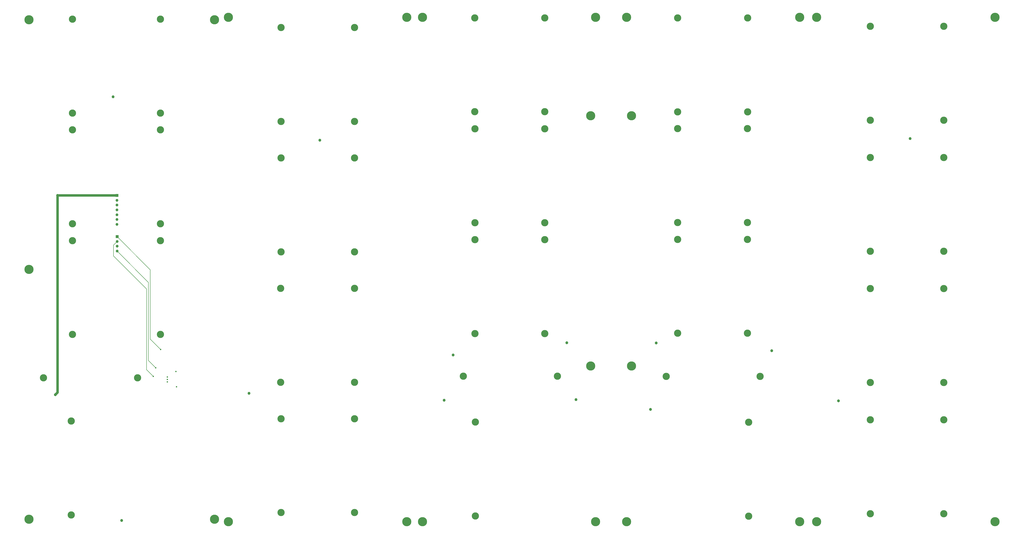
<source format=gbr>
%TF.GenerationSoftware,KiCad,Pcbnew,9.0.1*%
%TF.CreationDate,2025-04-05T23:02:22-07:00*%
%TF.ProjectId,FlexDeploySidePanels,466c6578-4465-4706-9c6f-795369646550,3.3*%
%TF.SameCoordinates,Original*%
%TF.FileFunction,Copper,L4,Bot*%
%TF.FilePolarity,Positive*%
%FSLAX46Y46*%
G04 Gerber Fmt 4.6, Leading zero omitted, Abs format (unit mm)*
G04 Created by KiCad (PCBNEW 9.0.1) date 2025-04-05 23:02:22*
%MOMM*%
%LPD*%
G01*
G04 APERTURE LIST*
%TA.AperFunction,ComponentPad*%
%ADD10C,3.000000*%
%TD*%
%TA.AperFunction,ComponentPad*%
%ADD11R,1.150000X1.150000*%
%TD*%
%TA.AperFunction,ComponentPad*%
%ADD12C,1.150000*%
%TD*%
%TA.AperFunction,ComponentPad*%
%ADD13C,2.600000*%
%TD*%
%TA.AperFunction,ConnectorPad*%
%ADD14C,3.800000*%
%TD*%
%TA.AperFunction,ViaPad*%
%ADD15C,0.600000*%
%TD*%
%TA.AperFunction,ViaPad*%
%ADD16C,1.200000*%
%TD*%
%TA.AperFunction,Conductor*%
%ADD17C,1.000000*%
%TD*%
%TA.AperFunction,Conductor*%
%ADD18C,0.200000*%
%TD*%
G04 APERTURE END LIST*
D10*
%TO.P,SC1,0,-*%
%TO.N,GND*%
X471950000Y-308454797D03*
%TO.P,SC1,1,+*%
%TO.N,Net-(D1-C)*%
X471950000Y-269454797D03*
%TD*%
%TO.P,SC21,0,-*%
%TO.N,Net-(D21-A)*%
X306400000Y-141450000D03*
%TO.P,SC21,1,+*%
%TO.N,Net-(D21-C)*%
X306400000Y-102450000D03*
%TD*%
%TO.P,SC38,0,-*%
%TO.N,Net-(D38-A)*%
X147000000Y-141999000D03*
%TO.P,SC38,1,+*%
%TO.N,Net-(D37-A)*%
X147000000Y-102999000D03*
%TD*%
D11*
%TO.P,J1,1,Pin_1*%
%TO.N,DEP SENSE*%
X128950000Y-176249999D03*
D12*
%TO.P,J1,2,Pin_2*%
%TO.N,VSOLAR*%
X128950000Y-178250000D03*
%TO.P,J1,3,Pin_3*%
X128950000Y-180249999D03*
%TO.P,J1,4,Pin_4*%
X128950000Y-182250000D03*
%TO.P,J1,5,Pin_5*%
%TO.N,GND*%
X128950000Y-184249998D03*
%TO.P,J1,6,Pin_6*%
X128950000Y-186249999D03*
%TO.P,J1,7,Pin_7*%
X128950000Y-188249998D03*
%TD*%
D10*
%TO.P,SC18,0,-*%
%TO.N,Net-(D18-A)*%
X277450000Y-194650000D03*
%TO.P,SC18,1,+*%
%TO.N,Net-(D17-A)*%
X277450000Y-233650000D03*
%TD*%
%TO.P,SC13,0,-*%
%TO.N,Net-(D13-A)*%
X390600000Y-141500000D03*
%TO.P,SC13,1,+*%
%TO.N,Net-(D13-C)*%
X390600000Y-102500000D03*
%TD*%
D13*
%TO.P,H18,1,1*%
%TO.N,GND*%
X169450000Y-103250000D03*
D14*
X169450000Y-103250000D03*
%TD*%
D10*
%TO.P,SC17,0,-*%
%TO.N,Net-(D17-A)*%
X272650000Y-251300000D03*
%TO.P,SC17,1,+*%
%TO.N,Net-(D17-C)*%
X311650000Y-251300000D03*
%TD*%
%TO.P,SC11,0,-*%
%TO.N,Net-(D11-A)*%
X361500000Y-148500000D03*
%TO.P,SC11,1,+*%
%TO.N,Net-(D10-A)*%
X361500000Y-187500000D03*
%TD*%
%TO.P,SC25,0,-*%
%TO.N,Net-(D25-A)*%
X197000000Y-269000000D03*
%TO.P,SC25,1,+*%
%TO.N,Net-(D25-C)*%
X197000000Y-308000000D03*
%TD*%
D13*
%TO.P,H21,1,1*%
%TO.N,GND*%
X92450000Y-310750000D03*
D14*
X92450000Y-310750000D03*
%TD*%
D10*
%TO.P,SC34,0,-*%
%TO.N,Net-(D34-A)*%
X98500000Y-252000000D03*
%TO.P,SC34,1,+*%
%TO.N,Net-(D33-A)*%
X137500000Y-252000000D03*
%TD*%
D13*
%TO.P,H8,1,1*%
%TO.N,GND*%
X340400000Y-311750000D03*
D14*
X340400000Y-311750000D03*
%TD*%
D10*
%TO.P,SC20,0,-*%
%TO.N,GND*%
X277400000Y-102450000D03*
%TO.P,SC20,1,+*%
%TO.N,Net-(D19-A)*%
X277400000Y-141450000D03*
%TD*%
%TO.P,SC6,0,-*%
%TO.N,Net-(D5-C)*%
X441450000Y-160454797D03*
%TO.P,SC6,1,+*%
%TO.N,Net-(D6-C)*%
X441450000Y-199454797D03*
%TD*%
%TO.P,SC10,0,-*%
%TO.N,Net-(D10-A)*%
X361500000Y-194500000D03*
%TO.P,SC10,1,+*%
%TO.N,Net-(D10-C)*%
X361500000Y-233500000D03*
%TD*%
D13*
%TO.P,H1,1,1*%
%TO.N,GND*%
X493200000Y-311750000D03*
D14*
X493200000Y-311750000D03*
%TD*%
D10*
%TO.P,SC30,0,-*%
%TO.N,Net-(D30-A)*%
X227500000Y-199666666D03*
%TO.P,SC30,1,+*%
%TO.N,Net-(D29-A)*%
X227500000Y-160666666D03*
%TD*%
D13*
%TO.P,H9,1,1*%
%TO.N,GND*%
X327500000Y-311750000D03*
D14*
X327500000Y-311750000D03*
%TD*%
D13*
%TO.P,H5,1,1*%
%TO.N,GND*%
X412200000Y-311750000D03*
D14*
X412200000Y-311750000D03*
%TD*%
D13*
%TO.P,H7,1,1*%
%TO.N,GND*%
X340400000Y-102250000D03*
D14*
X340400000Y-102250000D03*
%TD*%
D13*
%TO.P,H24,1,1*%
%TO.N,GND*%
X342400000Y-247100000D03*
D14*
X342400000Y-247100000D03*
%TD*%
D10*
%TO.P,SC16,0,-*%
%TO.N,GND*%
X391000000Y-309510000D03*
%TO.P,SC16,1,+*%
%TO.N,Net-(D15-A)*%
X391000000Y-270510000D03*
%TD*%
D13*
%TO.P,H16,1,1*%
%TO.N,GND*%
X175200000Y-311750000D03*
D14*
X175200000Y-311750000D03*
%TD*%
D10*
%TO.P,SC9,0,-*%
%TO.N,Net-(D10-C)*%
X395750000Y-251460000D03*
%TO.P,SC9,1,+*%
%TO.N,Net-(D43-A)*%
X356750000Y-251460000D03*
%TD*%
D13*
%TO.P,H14,1,1*%
%TO.N,GND*%
X249200000Y-102250000D03*
D14*
X249200000Y-102250000D03*
%TD*%
D10*
%TO.P,SC26,0,-*%
%TO.N,Net-(D26-A)*%
X196850000Y-214833332D03*
%TO.P,SC26,1,+*%
%TO.N,Net-(D25-A)*%
X196850000Y-253833332D03*
%TD*%
D13*
%TO.P,H6,1,1*%
%TO.N,GND*%
X412200000Y-102250000D03*
D14*
X412200000Y-102250000D03*
%TD*%
D13*
%TO.P,H22,1,1*%
%TO.N,GND*%
X342400000Y-143100000D03*
D14*
X342400000Y-143100000D03*
%TD*%
D13*
%TO.P,H13,1,1*%
%TO.N,GND*%
X249200000Y-311750000D03*
D14*
X249200000Y-311750000D03*
%TD*%
D13*
%TO.P,H19,1,1*%
%TO.N,GND*%
X92456000Y-103251000D03*
D14*
X92456000Y-103251000D03*
%TD*%
D10*
%TO.P,SC7,0,-*%
%TO.N,Net-(D6-C)*%
X441450000Y-214954797D03*
%TO.P,SC7,1,+*%
%TO.N,Net-(D7-C)*%
X441450000Y-253954797D03*
%TD*%
D13*
%TO.P,H25,1,1*%
%TO.N,GND*%
X325500000Y-247100000D03*
D14*
X325500000Y-247100000D03*
%TD*%
D10*
%TO.P,SC14,0,-*%
%TO.N,Net-(D14-A)*%
X390500000Y-187500000D03*
%TO.P,SC14,1,+*%
%TO.N,Net-(D13-A)*%
X390500000Y-148500000D03*
%TD*%
D11*
%TO.P,J4,1,Pin_1*%
%TO.N,/OUT2*%
X129000000Y-193350000D03*
D12*
%TO.P,J4,2,Pin_2*%
%TO.N,/OUT1*%
X129000000Y-195350000D03*
%TO.P,J4,3,Pin_3*%
%TO.N,GND*%
X129000000Y-197350000D03*
%TO.P,J4,4,Pin_4*%
%TO.N,/3V3*%
X129000000Y-199350000D03*
%TD*%
D13*
%TO.P,H4,1,1*%
%TO.N,GND*%
X419220000Y-311750000D03*
D14*
X419220000Y-311750000D03*
%TD*%
D10*
%TO.P,SC37,0,-*%
%TO.N,Net-(D37-A)*%
X110500000Y-103000000D03*
%TO.P,SC37,1,+*%
%TO.N,Net-(D37-C)*%
X110500000Y-142000000D03*
%TD*%
%TO.P,SC39,0,-*%
%TO.N,Net-(D39-A)*%
X147000000Y-188000000D03*
%TO.P,SC39,1,+*%
%TO.N,Net-(D38-A)*%
X147000000Y-149000000D03*
%TD*%
%TO.P,SC35,0,-*%
%TO.N,Net-(D35-A)*%
X110500000Y-195000000D03*
%TO.P,SC35,1,+*%
%TO.N,Net-(D34-A)*%
X110500000Y-234000000D03*
%TD*%
D13*
%TO.P,H23,1,1*%
%TO.N,GND*%
X325500000Y-143100000D03*
D14*
X325500000Y-143100000D03*
%TD*%
D10*
%TO.P,SC15,0,-*%
%TO.N,Net-(D15-A)*%
X390500000Y-233500000D03*
%TO.P,SC15,1,+*%
%TO.N,Net-(D14-A)*%
X390500000Y-194500000D03*
%TD*%
%TO.P,SC28,0,-*%
%TO.N,GND*%
X197000000Y-106500000D03*
%TO.P,SC28,1,+*%
%TO.N,Net-(D27-A)*%
X197000000Y-145500000D03*
%TD*%
%TO.P,SC3,0,-*%
%TO.N,Net-(D2-C)*%
X471950000Y-199454797D03*
%TO.P,SC3,1,+*%
%TO.N,Net-(D3-C)*%
X471950000Y-160454797D03*
%TD*%
%TO.P,SC32,0,-*%
%TO.N,GND*%
X227500000Y-308000000D03*
%TO.P,SC32,1,+*%
%TO.N,Net-(D31-A)*%
X227500000Y-269000000D03*
%TD*%
D13*
%TO.P,H15,1,1*%
%TO.N,GND*%
X175200000Y-102250000D03*
D14*
X175200000Y-102250000D03*
%TD*%
D10*
%TO.P,SC31,0,-*%
%TO.N,Net-(D31-A)*%
X227500000Y-253833332D03*
%TO.P,SC31,1,+*%
%TO.N,Net-(D30-A)*%
X227500000Y-214833332D03*
%TD*%
%TO.P,SC5,0,-*%
%TO.N,GND*%
X441450000Y-105954797D03*
%TO.P,SC5,1,+*%
%TO.N,Net-(D5-C)*%
X441450000Y-144954797D03*
%TD*%
D13*
%TO.P,H12,1,1*%
%TO.N,GND*%
X255700000Y-311750000D03*
D14*
X255700000Y-311750000D03*
%TD*%
D10*
%TO.P,SC19,0,-*%
%TO.N,Net-(D19-A)*%
X277450000Y-148550000D03*
%TO.P,SC19,1,+*%
%TO.N,Net-(D18-A)*%
X277450000Y-187550000D03*
%TD*%
%TO.P,SC22,0,-*%
%TO.N,Net-(D22-A)*%
X306450000Y-187550000D03*
%TO.P,SC22,1,+*%
%TO.N,Net-(D21-A)*%
X306450000Y-148550000D03*
%TD*%
D13*
%TO.P,H17,1,1*%
%TO.N,GND*%
X169450000Y-310769000D03*
D14*
X169450000Y-310769000D03*
%TD*%
D10*
%TO.P,SC12,0,-*%
%TO.N,GND*%
X361500000Y-102500000D03*
%TO.P,SC12,1,+*%
%TO.N,Net-(D11-A)*%
X361500000Y-141500000D03*
%TD*%
D13*
%TO.P,H3,1,1*%
%TO.N,GND*%
X419200000Y-102250000D03*
D14*
X419200000Y-102250000D03*
%TD*%
D10*
%TO.P,SC8,0,-*%
%TO.N,Net-(D7-C)*%
X441450000Y-269454797D03*
%TO.P,SC8,1,+*%
%TO.N,Net-(D45-A)*%
X441450000Y-308454797D03*
%TD*%
D13*
%TO.P,H2,1,1*%
%TO.N,GND*%
X493200000Y-102250000D03*
D14*
X493200000Y-102250000D03*
%TD*%
D10*
%TO.P,SC33,0,-*%
%TO.N,Net-(D33-A)*%
X110000000Y-270000000D03*
%TO.P,SC33,1,+*%
%TO.N,Net-(D33-C)*%
X110000000Y-309000000D03*
%TD*%
%TO.P,SC24,0,-*%
%TO.N,GND*%
X277600000Y-309400000D03*
%TO.P,SC24,1,+*%
%TO.N,Net-(D23-A)*%
X277600000Y-270400000D03*
%TD*%
%TO.P,SC4,0,-*%
%TO.N,Net-(D3-C)*%
X471950000Y-144954797D03*
%TO.P,SC4,1,+*%
%TO.N,Net-(D4-C)*%
X471950000Y-105954797D03*
%TD*%
%TO.P,SC36,0,-*%
%TO.N,GND*%
X110500000Y-149000000D03*
%TO.P,SC36,1,+*%
%TO.N,Net-(D35-A)*%
X110500000Y-188000000D03*
%TD*%
D13*
%TO.P,H11,1,1*%
%TO.N,GND*%
X255700000Y-102250000D03*
D14*
X255700000Y-102250000D03*
%TD*%
D13*
%TO.P,H10,1,1*%
%TO.N,GND*%
X327500000Y-102250000D03*
D14*
X327500000Y-102250000D03*
%TD*%
D10*
%TO.P,SC23,0,-*%
%TO.N,Net-(D23-A)*%
X306450000Y-233650000D03*
%TO.P,SC23,1,+*%
%TO.N,Net-(D22-A)*%
X306450000Y-194650000D03*
%TD*%
%TO.P,SC2,0,-*%
%TO.N,Net-(D1-C)*%
X471950000Y-253954797D03*
%TO.P,SC2,1,+*%
%TO.N,Net-(D2-C)*%
X471950000Y-214954797D03*
%TD*%
%TO.P,SC40,0,-*%
%TO.N,GND*%
X147000000Y-234000000D03*
%TO.P,SC40,1,+*%
%TO.N,Net-(D39-A)*%
X147000000Y-195000000D03*
%TD*%
%TO.P,SC27,0,-*%
%TO.N,Net-(D27-A)*%
X197000000Y-160666666D03*
%TO.P,SC27,1,+*%
%TO.N,Net-(D26-A)*%
X197000000Y-199666666D03*
%TD*%
D13*
%TO.P,H20,1,1*%
%TO.N,GND*%
X92450000Y-207000000D03*
D14*
X92450000Y-207000000D03*
%TD*%
D10*
%TO.P,SC29,0,-*%
%TO.N,Net-(D29-A)*%
X227500000Y-145500000D03*
%TO.P,SC29,1,+*%
%TO.N,Net-(D29-C)*%
X227500000Y-106500000D03*
%TD*%
D15*
%TO.N,GND*%
X153416000Y-249428000D03*
D16*
X352660000Y-237550000D03*
D15*
X153670000Y-255778000D03*
X149860000Y-253746000D03*
X149860000Y-252730000D03*
D16*
X319380000Y-261070000D03*
D15*
X149860000Y-251714000D03*
D16*
X268380000Y-242540000D03*
%TO.N,VSOLAR*%
X350300000Y-265150000D03*
X183750000Y-258450000D03*
X130900000Y-311250000D03*
X315530000Y-237490000D03*
X458000000Y-152650000D03*
X127375000Y-135225000D03*
X213150000Y-153300000D03*
X264700000Y-261300000D03*
X428250000Y-261550000D03*
X400525000Y-240775000D03*
%TO.N,DEP SENSE*%
X103400000Y-259000000D03*
X104300000Y-176276000D03*
D15*
%TO.N,/OUT1*%
X144018000Y-251460000D03*
%TO.N,/OUT2*%
X147066000Y-240284000D03*
%TO.N,/3V3*%
X145034000Y-247904000D03*
%TD*%
D17*
%TO.N,DEP SENSE*%
X104300000Y-176276000D02*
X128923999Y-176276000D01*
X128923999Y-176276000D02*
X128950000Y-176249999D01*
X104300000Y-176276000D02*
X104300000Y-258100000D01*
X104300000Y-258100000D02*
X103400000Y-259000000D01*
D18*
%TO.N,/OUT1*%
X127508000Y-201422000D02*
X127508000Y-196867000D01*
X141224000Y-215138000D02*
X127508000Y-201422000D01*
X127508000Y-196867000D02*
X129000000Y-195375000D01*
X141224000Y-248666000D02*
X141224000Y-215138000D01*
X144018000Y-251460000D02*
X141224000Y-248666000D01*
%TO.N,/OUT2*%
X142748000Y-235966000D02*
X142748000Y-207123000D01*
X147066000Y-240284000D02*
X142748000Y-235966000D01*
X142748000Y-207123000D02*
X129000000Y-193375000D01*
%TO.N,/3V3*%
X145034000Y-247904000D02*
X141986000Y-244856000D01*
X141986000Y-212361000D02*
X129000000Y-199375000D01*
X141986000Y-244856000D02*
X141986000Y-212361000D01*
%TD*%
M02*

</source>
